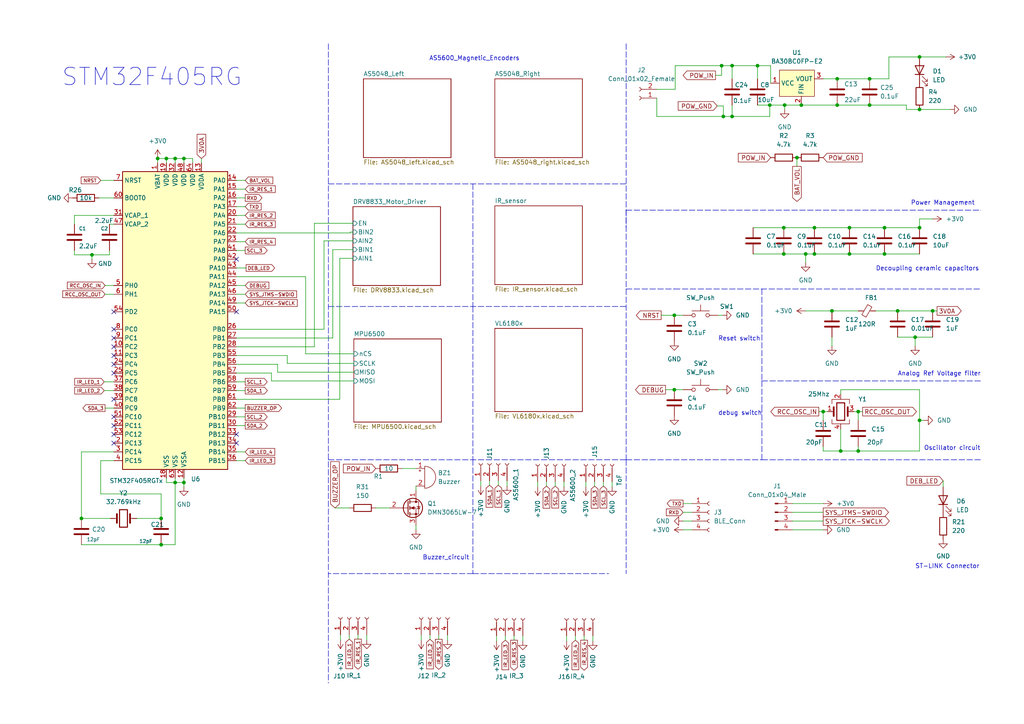
<source format=kicad_sch>
(kicad_sch (version 20211123) (generator eeschema)
  (paper "A4")
  (title_block (title "MUSHAK_PCB") (date "9 Aug 2022") (company "SRA-VJTI") (comment 1 "Designed by - Chinmay Lonkar"))
  (lib_symbols
    (symbol "BA30BC0FP-E2:BA30BC0FP-E2"
      (property "Reference" "U" (at 0 -6.35 0))
      (property "Value" "BA30BC0FP-E2" (at 0 10.16 0))
      (symbol "BA30BC0FP-E2_1_1"
        (pin power_in line (at -5.08 -1.27 0) (length 2.54) (name "VCC") (number "1"))
        (pin power_in line (at 3.81 -7.62 90) (length 2.54) (name "FIN") (number "2"))
        (pin power_in line (at 10.16 0 180) (length 2.54) (name "VOUT") (number "3"))
      )
    )
    (symbol "Connector:Conn_01x02_Female" (pin_names (offset 1.016) hide)
      (property "Reference" "J" (at 0 2.54 0))
      (property "Value" "Conn_01x02_Female" (at 0 -5.08 0))
      (symbol "Conn_01x02_Female_1_1"
        (pin passive line (at -5.08 0 0) (length 3.81) (name "Pin_1") (number "1"))
        (pin passive line (at -5.08 -2.54 0) (length 3.81) (name "Pin_2") (number "2"))
      )
    )
    (symbol "Connector:Conn_01x04_Female" (pin_names (offset 1.016) hide)
      (property "Reference" "J" (at 0 5.08 0))
      (property "Value" "Conn_01x04_Female" (at 0 -7.62 0))
      (symbol "Conn_01x04_Female_1_1"
        (pin passive line (at -5.08 2.54 0) (length 3.81) (name "Pin_1") (number "1"))
        (pin passive line (at -5.08 0 0) (length 3.81) (name "Pin_2") (number "2"))
        (pin passive line (at -5.08 -2.54 0) (length 3.81) (name "Pin_3") (number "3"))
        (pin passive line (at -5.08 -5.08 0) (length 3.81) (name "Pin_4") (number "4"))
      )
    )
    (symbol "Connector:Conn_01x04_Male" (pin_names (offset 1.016) hide)
      (property "Reference" "J" (at 0 5.08 0))
      (property "Value" "Conn_01x04_Male" (at 0 -7.62 0))
      (symbol "Conn_01x04_Male_1_1"
        (pin passive line (at 5.08 2.54 180) (length 3.81) (name "Pin_1") (number "1"))
        (pin passive line (at 5.08 0 180) (length 3.81) (name "Pin_2") (number "2"))
        (pin passive line (at 5.08 -2.54 180) (length 3.81) (name "Pin_3") (number "3"))
        (pin passive line (at 5.08 -5.08 180) (length 3.81) (name "Pin_4") (number "4"))
      )
    )
    (symbol "Device:Buzzer" (pin_names (offset 0.0254) hide)
      (property "Reference" "BZ" (at 3.81 1.27 0))
      (property "Value" "Buzzer" (at 3.81 -1.27 0))
      (symbol "Buzzer_1_1"
        (pin passive line (at -2.54 2.54 0) (length 2.54) (name "-") (number "1"))
        (pin passive line (at -2.54 -2.54 0) (length 2.54) (name "+") (number "2"))
      )
    )
    (symbol "Device:C" (pin_numbers hide) (pin_names (offset 0.254))
      (property "Reference" "C" (at 0.635 2.54 0))
      (property "Value" "C" (at 0.635 -2.54 0))
      (symbol "C_1_1"
        (pin passive line (at 0 3.81 270) (length 2.794) (name "~") (number "1"))
        (pin passive line (at 0 -3.81 90) (length 2.794) (name "~") (number "2"))
      )
    )
    (symbol "Device:Crystal" (pin_numbers hide) (pin_names (offset 1.016) hide)
      (property "Reference" "Y" (at 0 3.81 0))
      (property "Value" "Crystal" (at 0 -3.81 0))
      (symbol "Crystal_1_1"
        (pin passive line (at -3.81 0 0) (length 1.27) (name "1") (number "1"))
        (pin passive line (at 3.81 0 180) (length 1.27) (name "2") (number "2"))
      )
    )
    (symbol "Device:Crystal_GND24" (pin_names (offset 1.016) hide)
      (property "Reference" "Y" (at 3.175 5.08 0))
      (property "Value" "Crystal_GND24" (at 3.175 3.175 0))
      (symbol "Crystal_GND24_1_1"
        (pin passive line (at -3.81 0 0) (length 1.27) (name "1") (number "1"))
        (pin passive line (at 0 5.08 270) (length 1.27) (name "2") (number "2"))
        (pin passive line (at 3.81 0 180) (length 1.27) (name "3") (number "3"))
        (pin passive line (at 0 -5.08 90) (length 1.27) (name "4") (number "4"))
      )
    )
    (symbol "Device:FerriteBead_Small" (pin_numbers hide) (pin_names (offset 0))
      (property "Reference" "FB" (at 1.905 1.27 0))
      (property "Value" "FerriteBead_Small" (at 1.905 -1.27 0))
      (symbol "FerriteBead_Small_1_1"
        (pin passive line (at 0 2.54 270) (length 1.27) (name "~") (number "1"))
        (pin passive line (at 0 -2.54 90) (length 1.27) (name "~") (number "2"))
      )
    )
    (symbol "Device:LED" (pin_numbers hide) (pin_names (offset 1.016) hide)
      (property "Reference" "D" (at 0 2.54 0))
      (property "Value" "LED" (at 0 -2.54 0))
      (symbol "LED_1_1"
        (pin passive line (at -3.81 0 0) (length 2.54) (name "K") (number "1"))
        (pin passive line (at 3.81 0 180) (length 2.54) (name "A") (number "2"))
      )
    )
    (symbol "Device:Q_NMOS_DGS" (pin_names (offset 0) hide)
      (property "Reference" "Q" (at 5.08 1.27 0))
      (property "Value" "Q_NMOS_DGS" (at 5.08 -1.27 0))
      (symbol "Q_NMOS_DGS_1_1"
        (pin passive line (at 2.54 5.08 270) (length 2.54) (name "D") (number "1"))
        (pin input line (at -5.08 0 0) (length 2.54) (name "G") (number "2"))
        (pin passive line (at 2.54 -5.08 90) (length 2.54) (name "S") (number "3"))
      )
    )
    (symbol "Device:R" (pin_numbers hide) (pin_names (offset 0))
      (property "Reference" "R" (at 2.032 0 90))
      (property "Value" "R" (at 0 0 90))
      (symbol "R_1_1"
        (pin passive line (at 0 3.81 270) (length 1.27) (name "~") (number "1"))
        (pin passive line (at 0 -3.81 90) (length 1.27) (name "~") (number "2"))
      )
    )
    (symbol "MCU_ST_STM32F4:STM32F405RGTx"
      (property "Reference" "U" (at -15.24 44.45 0))
      (property "Value" "STM32F405RGTx" (at 10.16 44.45 0))
      (symbol "STM32F405RGTx_1_1"
        (pin power_in line (at -5.08 45.72 270) (length 2.54) (name "VBAT") (number "1"))
        (pin bidirectional line (at -17.78 -7.62 0) (length 2.54) (name "PC2") (number "10"))
        (pin bidirectional line (at -17.78 -10.16 0) (length 2.54) (name "PC3") (number "11"))
        (pin power_in line (at 2.54 -45.72 90) (length 2.54) (name "VSSA") (number "12"))
        (pin power_in line (at 7.62 45.72 270) (length 2.54) (name "VDDA") (number "13"))
        (pin bidirectional line (at 17.78 40.64 180) (length 2.54) (name "PA0") (number "14"))
        (pin bidirectional line (at 17.78 38.1 180) (length 2.54) (name "PA1") (number "15"))
        (pin bidirectional line (at 17.78 35.56 180) (length 2.54) (name "PA2") (number "16"))
        (pin bidirectional line (at 17.78 33.02 180) (length 2.54) (name "PA3") (number "17"))
        (pin power_in line (at -2.54 -45.72 90) (length 2.54) (name "VSS") (number "18"))
        (pin power_in line (at -2.54 45.72 270) (length 2.54) (name "VDD") (number "19"))
        (pin bidirectional line (at -17.78 -35.56 0) (length 2.54) (name "PC13") (number "2"))
        (pin bidirectional line (at 17.78 30.48 180) (length 2.54) (name "PA4") (number "20"))
        (pin bidirectional line (at 17.78 27.94 180) (length 2.54) (name "PA5") (number "21"))
        (pin bidirectional line (at 17.78 25.4 180) (length 2.54) (name "PA6") (number "22"))
        (pin bidirectional line (at 17.78 22.86 180) (length 2.54) (name "PA7") (number "23"))
        (pin bidirectional line (at -17.78 -12.7 0) (length 2.54) (name "PC4") (number "24"))
        (pin bidirectional line (at -17.78 -15.24 0) (length 2.54) (name "PC5") (number "25"))
        (pin bidirectional line (at 17.78 -2.54 180) (length 2.54) (name "PB0") (number "26"))
        (pin bidirectional line (at 17.78 -5.08 180) (length 2.54) (name "PB1") (number "27"))
        (pin bidirectional line (at 17.78 -7.62 180) (length 2.54) (name "PB2") (number "28"))
        (pin bidirectional line (at 17.78 -27.94 180) (length 2.54) (name "PB10") (number "29"))
        (pin bidirectional line (at -17.78 -38.1 0) (length 2.54) (name "PC14") (number "3"))
        (pin bidirectional line (at 17.78 -30.48 180) (length 2.54) (name "PB11") (number "30"))
        (pin power_in line (at -17.78 30.48 0) (length 2.54) (name "VCAP_1") (number "31"))
        (pin power_in line (at 0 45.72 270) (length 2.54) (name "VDD") (number "32"))
        (pin bidirectional line (at 17.78 -33.02 180) (length 2.54) (name "PB12") (number "33"))
        (pin bidirectional line (at 17.78 -35.56 180) (length 2.54) (name "PB13") (number "34"))
        (pin bidirectional line (at 17.78 -38.1 180) (length 2.54) (name "PB14") (number "35"))
        (pin bidirectional line (at 17.78 -40.64 180) (length 2.54) (name "PB15") (number "36"))
        (pin bidirectional line (at -17.78 -17.78 0) (length 2.54) (name "PC6") (number "37"))
        (pin bidirectional line (at -17.78 -20.32 0) (length 2.54) (name "PC7") (number "38"))
        (pin bidirectional line (at -17.78 -22.86 0) (length 2.54) (name "PC8") (number "39"))
        (pin bidirectional line (at -17.78 -40.64 0) (length 2.54) (name "PC15") (number "4"))
        (pin bidirectional line (at -17.78 -25.4 0) (length 2.54) (name "PC9") (number "40"))
        (pin bidirectional line (at 17.78 20.32 180) (length 2.54) (name "PA8") (number "41"))
        (pin bidirectional line (at 17.78 17.78 180) (length 2.54) (name "PA9") (number "42"))
        (pin bidirectional line (at 17.78 15.24 180) (length 2.54) (name "PA10") (number "43"))
        (pin bidirectional line (at 17.78 12.7 180) (length 2.54) (name "PA11") (number "44"))
        (pin bidirectional line (at 17.78 10.16 180) (length 2.54) (name "PA12") (number "45"))
        (pin bidirectional line (at 17.78 7.62 180) (length 2.54) (name "PA13") (number "46"))
        (pin power_in line (at -17.78 27.94 0) (length 2.54) (name "VCAP_2") (number "47"))
        (pin power_in line (at 2.54 45.72 270) (length 2.54) (name "VDD") (number "48"))
        (pin bidirectional line (at 17.78 5.08 180) (length 2.54) (name "PA14") (number "49"))
        (pin input line (at -17.78 10.16 0) (length 2.54) (name "PH0") (number "5"))
        (pin bidirectional line (at 17.78 2.54 180) (length 2.54) (name "PA15") (number "50"))
        (pin bidirectional line (at -17.78 -27.94 0) (length 2.54) (name "PC10") (number "51"))
        (pin bidirectional line (at -17.78 -30.48 0) (length 2.54) (name "PC11") (number "52"))
        (pin bidirectional line (at -17.78 -33.02 0) (length 2.54) (name "PC12") (number "53"))
        (pin bidirectional line (at -17.78 2.54 0) (length 2.54) (name "PD2") (number "54"))
        (pin bidirectional line (at 17.78 -10.16 180) (length 2.54) (name "PB3") (number "55"))
        (pin bidirectional line (at 17.78 -12.7 180) (length 2.54) (name "PB4") (number "56"))
        (pin bidirectional line (at 17.78 -15.24 180) (length 2.54) (name "PB5") (number "57"))
        (pin bidirectional line (at 17.78 -17.78 180) (length 2.54) (name "PB6") (number "58"))
        (pin bidirectional line (at 17.78 -20.32 180) (length 2.54) (name "PB7") (number "59"))
        (pin input line (at -17.78 7.62 0) (length 2.54) (name "PH1") (number "6"))
        (pin input line (at -17.78 35.56 0) (length 2.54) (name "BOOT0") (number "60"))
        (pin bidirectional line (at 17.78 -22.86 180) (length 2.54) (name "PB8") (number "61"))
        (pin bidirectional line (at 17.78 -25.4 180) (length 2.54) (name "PB9") (number "62"))
        (pin power_in line (at 0 -45.72 90) (length 2.54) (name "VSS") (number "63"))
        (pin power_in line (at 5.08 45.72 270) (length 2.54) (name "VDD") (number "64"))
        (pin input line (at -17.78 40.64 0) (length 2.54) (name "NRST") (number "7"))
        (pin bidirectional line (at -17.78 -2.54 0) (length 2.54) (name "PC0") (number "8"))
        (pin bidirectional line (at -17.78 -5.08 0) (length 2.54) (name "PC1") (number "9"))
      )
    )
    (symbol "Switch:SW_Push" (pin_numbers hide) (pin_names (offset 1.016) hide)
      (property "Reference" "SW" (at 1.27 2.54 0))
      (property "Value" "SW_Push" (at 0 -1.524 0))
      (symbol "SW_Push_0_1"
        (pin passive line (at -5.08 0 0) (length 2.54) (name "1") (number "1"))
        (pin passive line (at 5.08 0 180) (length 2.54) (name "2") (number "2"))
      )
    )
    (symbol "power:+3V0" (power) (pin_names (offset 0))
      (property "Value" "+3V0" (at 0 3.556 0))
      (symbol "+3V0_1_1"
        (pin power_in line (at 0 0 90) (length 0) hide (name "+3V0") (number "1"))
      )
    )
    (symbol "power:GND" (power) (pin_names (offset 0))
      (property "Value" "GND" (at 0 -3.81 0))
      (symbol "GND_1_1"
        (pin power_in line (at 0 0 270) (length 0) hide (name "GND") (number "1"))
      )
    )
  )
  (junction (at 266.7 16.51))
  (junction (at 53.34 45.974))
  (junction (at 195.58 113.03))
  (junction (at 209.296 19.05))
  (junction (at 212.344 19.05))
  (junction (at 260.35 90.17))
  (junction (at 265.43 97.79))
  (junction (at 46.736 157.988))
  (junction (at 266.7 31.75))
  (junction (at 50.8 139.954))
  (junction (at 246.38 66.04))
  (junction (at 252.222 22.86))
  (junction (at 241.3 90.17))
  (junction (at 246.38 73.66))
  (junction (at 242.824 30.48))
  (junction (at 48.26 45.974))
  (junction (at 53.34 139.954))
  (junction (at 236.22 66.04))
  (junction (at 231.14 45.72))
  (junction (at 227.584 30.48))
  (junction (at 23.622 150.368))
  (junction (at 243.84 130.81))
  (junction (at 270.51 90.17))
  (junction (at 219.71 19.05))
  (junction (at 232.41 30.48))
  (junction (at 209.804 33.782))
  (junction (at 242.824 22.86))
  (junction (at 236.22 73.66))
  (junction (at 266.7 121.92))
  (junction (at 248.92 130.81))
  (junction (at 46.736 150.368))
  (junction (at 227.33 73.66))
  (junction (at 26.67 73.914))
  (junction (at 256.54 73.66))
  (junction (at 223.266 30.48))
  (junction (at 227.33 66.04))
  (junction (at 256.54 66.04))
  (junction (at 238.76 119.38))
  (junction (at 233.68 73.66))
  (junction (at 248.92 119.38))
  (junction (at 195.58 91.44))
  (junction (at 50.8 45.974))
  (junction (at 266.7 66.04))
  (junction (at 212.344 33.782))
  (junction (at 252.222 30.48))
  (junction (at 45.72 45.974))
  (no_connect (at 68.58 125.984))
  (no_connect (at 68.58 128.524))
  (no_connect (at 68.58 90.424))
  (no_connect (at 33.02 120.904))
  (no_connect (at 33.02 123.444))
  (no_connect (at 33.02 125.984))
  (no_connect (at 33.02 128.524))
  (no_connect (at 33.02 98.044))
  (no_connect (at 33.02 100.584))
  (no_connect (at 33.02 103.124))
  (no_connect (at 33.02 90.424))
  (no_connect (at 33.02 95.504))
  (no_connect (at 33.02 108.204))
  (no_connect (at 33.02 115.824))
  (no_connect (at 33.02 105.664))
  (no_connect (at 68.58 75.184))
  (wire (pts (xy 252.222 22.86) (xy 257.81 22.86)))
  (wire (pts (xy 68.58 133.604) (xy 71.12 133.604)))
  (wire (pts (xy 266.7 130.81) (xy 248.92 130.81)))
  (wire (pts (xy 218.44 66.04) (xy 227.33 66.04)))
  (wire (pts (xy 212.344 33.782) (xy 212.344 30.48)))
  (wire (pts (xy 273.558 139.446) (xy 273.558 141.224)))
  (wire (pts (xy 223.52 24.13) (xy 223.52 19.05)))
  (wire (pts (xy 198.12 153.67) (xy 200.66 153.67)))
  (polyline (pts (xy 95.25 88.9) (xy 181.61 88.9)))
  (wire (pts (xy 229.87 148.59) (xy 238.76 148.59)))
  (polyline (pts (xy 95.25 133.35) (xy 181.61 133.35)))
  (wire (pts (xy 68.58 67.564) (xy 101.6 67.564)))
  (wire (pts (xy 53.34 45.974) (xy 53.34 47.244)))
  (wire (pts (xy 50.8 45.974) (xy 50.8 47.244)))
  (wire (pts (xy 48.26 139.954) (xy 50.8 139.954)))
  (wire (pts (xy 139.446 140.97) (xy 139.446 139.446)))
  (polyline (pts (xy 195.58 83.82) (xy 284.48 83.82)))
  (wire (pts (xy 93.98 69.85) (xy 102.362 69.85)))
  (wire (pts (xy 91.186 64.77) (xy 91.186 100.584)))
  (wire (pts (xy 102.362 64.77) (xy 91.186 64.77)))
  (wire (pts (xy 68.58 98.044) (xy 96.52 98.044)))
  (polyline (pts (xy 181.61 133.35) (xy 220.98 133.35)))
  (wire (pts (xy 266.7 31.75) (xy 275.59 31.75)))
  (wire (pts (xy 141.986 139.446) (xy 141.986 140.716)))
  (wire (pts (xy 68.58 59.944) (xy 71.12 59.944)))
  (wire (pts (xy 30.226 113.284) (xy 33.02 113.284)))
  (wire (pts (xy 175.006 139.7) (xy 175.006 140.97)))
  (wire (pts (xy 23.622 157.988) (xy 46.736 157.988)))
  (wire (pts (xy 53.34 138.684) (xy 53.34 139.954)))
  (wire (pts (xy 103.8352 184.0992) (xy 103.8352 185.3692)))
  (wire (pts (xy 155.956 141.224) (xy 155.956 139.7)))
  (wire (pts (xy 68.58 123.444) (xy 71.12 123.444)))
  (wire (pts (xy 50.8 139.954) (xy 50.8 157.988)))
  (wire (pts (xy 262.89 31.75) (xy 266.7 31.75)))
  (wire (pts (xy 101.2952 184.0992) (xy 101.2952 185.3692)))
  (wire (pts (xy 219.71 30.48) (xy 223.266 30.48)))
  (wire (pts (xy 256.54 73.66) (xy 266.7 73.66)))
  (wire (pts (xy 198.12 146.05) (xy 200.66 146.05)))
  (wire (pts (xy 238.76 119.38) (xy 240.03 119.38)))
  (wire (pts (xy 238.76 119.38) (xy 238.76 121.92)))
  (wire (pts (xy 30.48 82.804) (xy 33.02 82.804)))
  (wire (pts (xy 102.616 102.616) (xy 88.646 102.616)))
  (wire (pts (xy 26.67 73.914) (xy 26.67 75.184)))
  (wire (pts (xy 122.174 185.674) (xy 122.174 184.15)))
  (wire (pts (xy 248.92 119.38) (xy 250.19 119.38)))
  (wire (pts (xy 68.58 52.324) (xy 71.12 52.324)))
  (wire (pts (xy 243.84 114.3) (xy 243.84 113.03)))
  (wire (pts (xy 29.21 143.256) (xy 46.736 143.256)))
  (wire (pts (xy 218.44 73.66) (xy 227.33 73.66)))
  (wire (pts (xy 243.84 124.46) (xy 243.84 130.81)))
  (wire (pts (xy 30.48 85.344) (xy 33.02 85.344)))
  (wire (pts (xy 53.34 45.974) (xy 55.88 45.974)))
  (wire (pts (xy 190.5 28.448) (xy 190.5 33.782)))
  (wire (pts (xy 55.88 45.974) (xy 55.88 47.244)))
  (wire (pts (xy 68.58 113.284) (xy 71.12 113.284)))
  (wire (pts (xy 151.638 185.928) (xy 151.638 184.404)))
  (wire (pts (xy 80.518 107.95) (xy 80.518 105.664)))
  (wire (pts (xy 101.6 67.564) (xy 101.6 67.31)))
  (wire (pts (xy 233.68 90.17) (xy 241.3 90.17)))
  (wire (pts (xy 241.3 97.79) (xy 241.3 100.33)))
  (wire (pts (xy 88.646 80.264) (xy 68.58 80.264)))
  (wire (pts (xy 144.018 185.928) (xy 144.018 184.404)))
  (wire (pts (xy 98.7552 185.6232) (xy 98.7552 184.0992)))
  (wire (pts (xy 31.75 65.024) (xy 33.02 65.024)))
  (wire (pts (xy 68.58 54.864) (xy 71.12 54.864)))
  (wire (pts (xy 29.21 133.604) (xy 29.21 143.256)))
  (wire (pts (xy 106.3752 185.6232) (xy 106.3752 184.0992)))
  (wire (pts (xy 266.7 121.92) (xy 266.7 130.81)))
  (wire (pts (xy 144.526 139.446) (xy 144.526 140.716)))
  (wire (pts (xy 96.52 72.39) (xy 102.362 72.39)))
  (wire (pts (xy 195.834 25.908) (xy 195.834 19.05)))
  (wire (pts (xy 68.58 95.504) (xy 93.98 95.504)))
  (wire (pts (xy 198.12 148.59) (xy 200.66 148.59)))
  (wire (pts (xy 231.14 45.72) (xy 231.14 48.26)))
  (wire (pts (xy 241.3 90.17) (xy 248.92 90.17)))
  (wire (pts (xy 266.7 113.03) (xy 266.7 121.92)))
  (wire (pts (xy 78.74 108.204) (xy 68.58 108.204)))
  (polyline (pts (xy 220.98 83.82) (xy 220.98 90.17)))
  (wire (pts (xy 260.35 90.17) (xy 270.51 90.17)))
  (wire (pts (xy 262.89 30.48) (xy 262.89 31.75)))
  (wire (pts (xy 256.54 66.04) (xy 266.7 66.04)))
  (wire (pts (xy 68.58 131.064) (xy 71.12 131.064)))
  (wire (pts (xy 98.552 115.824) (xy 98.552 74.93)))
  (wire (pts (xy 45.72 45.974) (xy 45.72 47.244)))
  (wire (pts (xy 91.186 100.584) (xy 68.58 100.584)))
  (wire (pts (xy 39.624 150.368) (xy 46.736 150.368)))
  (wire (pts (xy 223.266 30.48) (xy 227.584 30.48)))
  (wire (pts (xy 21.59 72.644) (xy 21.59 73.914)))
  (polyline (pts (xy 220.98 110.49) (xy 284.48 110.49)))
  (polyline (pts (xy 220.98 133.35) (xy 284.48 133.35)))
  (wire (pts (xy 223.266 33.782) (xy 223.266 30.48)))
  (wire (pts (xy 88.646 102.616) (xy 88.646 80.264)))
  (wire (pts (xy 208.026 30.734) (xy 209.804 30.734)))
  (wire (pts (xy 257.81 22.86) (xy 257.81 16.51)))
  (wire (pts (xy 195.58 113.03) (xy 198.12 113.03)))
  (wire (pts (xy 242.824 22.86) (xy 238.76 22.86)))
  (wire (pts (xy 164.338 185.928) (xy 164.338 184.404)))
  (wire (pts (xy 266.7 121.92) (xy 267.97 121.92)))
  (wire (pts (xy 68.58 85.344) (xy 71.12 85.344)))
  (wire (pts (xy 208.28 113.03) (xy 209.55 113.03)))
  (wire (pts (xy 243.84 113.03) (xy 266.7 113.03)))
  (wire (pts (xy 78.74 110.49) (xy 78.74 108.204)))
  (wire (pts (xy 46.736 143.256) (xy 46.736 150.368)))
  (wire (pts (xy 227.33 73.66) (xy 233.68 73.66)))
  (wire (pts (xy 209.804 33.782) (xy 212.344 33.782)))
  (wire (pts (xy 209.804 30.734) (xy 209.804 33.782)))
  (wire (pts (xy 21.59 73.914) (xy 26.67 73.914)))
  (polyline (pts (xy 220.98 133.35) (xy 220.98 118.11)))
  (wire (pts (xy 246.38 66.04) (xy 256.54 66.04)))
  (wire (pts (xy 29.21 52.324) (xy 33.02 52.324)))
  (polyline (pts (xy 181.61 83.82) (xy 195.58 83.82)))
  (wire (pts (xy 21.59 62.484) (xy 33.02 62.484)))
  (wire (pts (xy 98.552 74.93) (xy 102.362 74.93)))
  (wire (pts (xy 68.58 120.904) (xy 71.12 120.904)))
  (wire (pts (xy 161.036 139.7) (xy 161.036 140.97)))
  (wire (pts (xy 68.58 115.824) (xy 98.552 115.824)))
  (wire (pts (xy 108.966 147.32) (xy 113.03 147.32)))
  (wire (pts (xy 48.26 45.974) (xy 50.8 45.974)))
  (wire (pts (xy 30.226 110.744) (xy 33.02 110.744)))
  (wire (pts (xy 68.58 110.744) (xy 71.12 110.744)))
  (wire (pts (xy 171.958 185.928) (xy 171.958 184.404)))
  (wire (pts (xy 116.586 135.89) (xy 120.65 135.89)))
  (wire (pts (xy 223.52 19.05) (xy 219.71 19.05)))
  (wire (pts (xy 26.67 73.914) (xy 31.75 73.914)))
  (wire (pts (xy 248.92 130.81) (xy 248.92 129.54)))
  (polyline (pts (xy 181.61 60.96) (xy 284.48 60.96)))
  (wire (pts (xy 23.622 131.064) (xy 33.02 131.064)))
  (wire (pts (xy 266.7 16.51) (xy 274.32 16.51)))
  (wire (pts (xy 270.51 90.17) (xy 271.78 90.17)))
  (wire (pts (xy 265.43 97.79) (xy 270.51 97.79)))
  (wire (pts (xy 232.41 30.48) (xy 242.824 30.48)))
  (wire (pts (xy 96.52 98.044) (xy 96.52 72.39)))
  (wire (pts (xy 124.714 184.15) (xy 124.714 185.42)))
  (wire (pts (xy 101.6 67.31) (xy 102.362 67.31)))
  (wire (pts (xy 212.344 19.05) (xy 212.344 22.86)))
  (wire (pts (xy 23.622 150.368) (xy 32.004 150.368)))
  (wire (pts (xy 190.5 33.782) (xy 209.804 33.782)))
  (wire (pts (xy 31.75 73.914) (xy 31.75 72.644)))
  (wire (pts (xy 28.702 57.404) (xy 33.02 57.404)))
  (wire (pts (xy 209.296 21.844) (xy 209.296 19.05)))
  (wire (pts (xy 237.49 119.38) (xy 238.76 119.38)))
  (wire (pts (xy 238.76 130.81) (xy 243.84 130.81)))
  (wire (pts (xy 219.71 22.86) (xy 219.71 19.05)))
  (wire (pts (xy 166.878 184.404) (xy 166.878 185.674)))
  (polyline (pts (xy 181.61 83.82) (xy 181.61 133.35)))
  (wire (pts (xy 242.824 22.86) (xy 252.222 22.86)))
  (wire (pts (xy 48.26 45.974) (xy 48.26 47.244)))
  (wire (pts (xy 68.58 57.404) (xy 71.12 57.404)))
  (wire (pts (xy 248.92 119.38) (xy 248.92 121.92)))
  (wire (pts (xy 102.616 105.41) (xy 83.312 105.41)))
  (wire (pts (xy 195.834 19.05) (xy 209.296 19.05)))
  (wire (pts (xy 48.26 138.684) (xy 48.26 139.954)))
  (wire (pts (xy 266.7 63.5) (xy 266.7 66.04)))
  (wire (pts (xy 172.466 139.7) (xy 172.466 140.97)))
  (wire (pts (xy 50.8 138.684) (xy 50.8 139.954)))
  (wire (pts (xy 102.616 107.95) (xy 80.518 107.95)))
  (polyline (pts (xy 137.16 166.37) (xy 95.25 166.37)))
  (wire (pts (xy 68.58 62.484) (xy 71.12 62.484)))
  (polyline (pts (xy 137.16 88.9) (xy 137.16 133.35)))
  (wire (pts (xy 229.87 151.13) (xy 238.76 151.13)))
  (wire (pts (xy 169.926 141.224) (xy 169.926 139.7)))
  (polyline (pts (xy 181.61 12.7) (xy 181.61 66.04)))
  (wire (pts (xy 190.5 25.908) (xy 195.834 25.908)))
  (wire (pts (xy 33.02 118.364) (xy 30.48 118.364)))
  (wire (pts (xy 80.518 105.664) (xy 68.58 105.664)))
  (polyline (pts (xy 137.16 53.34) (xy 137.16 88.9)))
  (wire (pts (xy 260.35 97.79) (xy 265.43 97.79)))
  (wire (pts (xy 58.42 45.974) (xy 58.42 47.244)))
  (wire (pts (xy 102.616 110.49) (xy 78.74 110.49)))
  (wire (pts (xy 45.72 45.974) (xy 48.26 45.974)))
  (polyline (pts (xy 181.61 60.96) (xy 181.61 83.82)))
  (wire (pts (xy 129.794 185.674) (xy 129.794 184.15)))
  (wire (pts (xy 247.65 119.38) (xy 248.92 119.38)))
  (wire (pts (xy 147.066 140.97) (xy 147.066 139.446)))
  (wire (pts (xy 219.71 19.05) (xy 212.344 19.05)))
  (wire (pts (xy 46.736 157.988) (xy 50.8 157.988)))
  (wire (pts (xy 208.28 91.44) (xy 209.55 91.44)))
  (wire (pts (xy 93.98 95.504) (xy 93.98 69.85)))
  (wire (pts (xy 177.546 141.224) (xy 177.546 139.7)))
  (wire (pts (xy 243.84 130.81) (xy 248.92 130.81)))
  (wire (pts (xy 21.59 62.484) (xy 21.59 65.024)))
  (wire (pts (xy 209.296 19.05) (xy 212.344 19.05)))
  (wire (pts (xy 83.312 105.41) (xy 83.312 103.124)))
  (wire (pts (xy 229.87 146.05) (xy 238.76 146.05)))
  (wire (pts (xy 265.43 97.79) (xy 265.43 100.33)))
  (wire (pts (xy 53.34 139.954) (xy 53.34 141.224)))
  (polyline (pts (xy 181.61 133.35) (xy 181.61 166.37)))
  (wire (pts (xy 163.576 141.224) (xy 163.576 139.7)))
  (wire (pts (xy 68.58 118.364) (xy 71.12 118.364)))
  (wire (pts (xy 229.87 153.67) (xy 238.76 153.67)))
  (wire (pts (xy 146.558 184.404) (xy 146.558 185.674)))
  (wire (pts (xy 68.58 82.804) (xy 71.12 82.804)))
  (polyline (pts (xy 220.98 110.49) (xy 220.98 118.11)))
  (polyline (pts (xy 137.16 133.35) (xy 137.16 166.37)))
  (polyline (pts (xy 220.98 90.17) (xy 220.98 110.49)))
  (wire (pts (xy 193.04 113.03) (xy 195.58 113.03)))
  (wire (pts (xy 169.418 184.404) (xy 169.418 185.674)))
  (wire (pts (xy 227.584 30.48) (xy 227.584 31.75)))
  (wire (pts (xy 50.8 139.954) (xy 53.34 139.954)))
  (wire (pts (xy 195.58 91.44) (xy 198.12 91.44)))
  (wire (pts (xy 120.65 152.4) (xy 120.65 153.67)))
  (wire (pts (xy 270.51 63.5) (xy 266.7 63.5)))
  (wire (pts (xy 212.344 33.782) (xy 223.266 33.782)))
  (wire (pts (xy 191.77 91.44) (xy 195.58 91.44)))
  (wire (pts (xy 23.622 150.368) (xy 23.622 131.064)))
  (wire (pts (xy 227.584 30.48) (xy 232.41 30.48)))
  (wire (pts (xy 198.12 151.13) (xy 200.66 151.13)))
  (wire (pts (xy 83.312 103.124) (xy 68.58 103.124)))
  (wire (pts (xy 246.38 73.66) (xy 256.54 73.66)))
  (wire (pts (xy 68.58 65.024) (xy 71.12 65.024)))
  (wire (pts (xy 207.518 21.844) (xy 209.296 21.844)))
  (polyline (pts (xy 95.25 12.7) (xy 95.25 198.12)))
  (wire (pts (xy 120.65 140.97) (xy 120.65 142.24)))
  (wire (pts (xy 233.68 73.66) (xy 233.68 76.2)))
  (wire (pts (xy 127.254 184.15) (xy 127.254 185.42)))
  (wire (pts (xy 236.22 66.04) (xy 246.38 66.04)))
  (wire (pts (xy 68.58 72.644) (xy 71.12 72.644)))
  (wire (pts (xy 50.8 45.974) (xy 53.34 45.974)))
  (wire (pts (xy 242.824 30.48) (xy 252.222 30.48)))
  (wire (pts (xy 238.76 129.54) (xy 238.76 130.81)))
  (polyline (pts (xy 95.25 53.34) (xy 181.61 53.34)))
  (wire (pts (xy 97.155 147.32) (xy 101.346 147.32)))
  (wire (pts (xy 227.33 66.04) (xy 236.22 66.04)))
  (wire (pts (xy 257.81 16.51) (xy 266.7 16.51)))
  (wire (pts (xy 233.68 73.66) (xy 236.22 73.66)))
  (polyline (pts (xy 137.16 166.37) (xy 176.53 166.37)))
  (wire (pts (xy 29.21 133.604) (xy 33.02 133.604)))
  (wire (pts (xy 149.098 184.404) (xy 149.098 185.674)))
  (wire (pts (xy 158.496 139.7) (xy 158.496 140.97)))
  (wire (pts (xy 68.58 70.104) (xy 71.12 70.104)))
  (wire (pts (xy 68.58 87.884) (xy 71.12 87.884)))
  (wire (pts (xy 68.58 77.724) (xy 71.374 77.724)))
  (wire (pts (xy 236.22 73.66) (xy 246.38 73.66)))
  (wire (pts (xy 254 90.17) (xy 260.35 90.17)))
  (wire (pts (xy 252.222 30.48) (xy 262.89 30.48)))
  (text "Power Management\n" (at 264.16 59.69 0) (effects (font (size 1.27 1.27)) (justify left bottom)))
  (text "debug switch" (at 208.28 120.65 0) (effects (font (size 1.27 1.27)) (justify left bottom)))
  (text "Decoupling ceramic capacitors\n" (at 254 78.74 0) (effects (font (size 1.27 1.27)) (justify left bottom)))
  (text "ST-LINK Connector\n" (at 265.43 165.1 0) (effects (font (size 1.27 1.27)) (justify left bottom)))
  (text "Analog Ref Voltage filter\n" (at 260.35 109.22 0) (effects (font (size 1.27 1.27)) (justify left bottom)))
  (text "Buzzer_circuit" (at 122.555 162.56 0) (effects (font (size 1.27 1.27)) (justify left bottom)))
  (text "Reset switch\n" (at 208.28 99.06 0) (effects (font (size 1.27 1.27)) (justify left bottom)))
  (text "AS5600_Magnetic_Encoders\n" (at 124.46 17.78 0) (effects (font (size 1.27 1.27)) (justify left bottom)))
  (text "STM32F405RG\n" (at 17.78 25.4 0) (effects (font (size 5 5)) (justify left bottom)))
  (text "Oscillator circuit\n" (at 267.97 130.81 0) (effects (font (size 1.27 1.27)) (justify left bottom)))
  (global_label "DEBUG" (shape input) (at 71.12 82.804 0) (effects (font (size 1 1))) (property "Intersheet References" "${INTERSHEET_REFS}" (effects hide)))
  (global_label "SYS_JTCK-SWCLK" (shape output) (at 238.76 151.13 0) (property "Intersheet References" "${INTERSHEET_REFS}" (effects hide)))
  (global_label "SCL_2" (shape output) (at 71.12 120.904 0) (effects (font (size 1 1))) (property "Intersheet References" "${INTERSHEET_REFS}" (effects hide)))
  (global_label "SDA_1" (shape input) (at 141.986 140.716 270) (effects (font (size 1 1))) (property "Intersheet References" "${INTERSHEET_REFS}" (effects hide)))
  (global_label "IR_LED_2" (shape input) (at 124.714 185.42 270) (effects (font (size 1 1))) (property "Intersheet References" "${INTERSHEET_REFS}" (effects hide)))
  (global_label "SCL_3" (shape output) (at 71.12 72.644 0) (effects (font (size 1 1))) (property "Intersheet References" "${INTERSHEET_REFS}" (effects hide)))
  (global_label "IR_LED_2" (shape input) (at 30.226 113.284 180) (effects (font (size 1 1))) (property "Intersheet References" "${INTERSHEET_REFS}" (effects hide)))
  (global_label "TXD" (shape input) (at 71.12 59.944 0) (effects (font (size 1 1))) (property "Intersheet References" "${INTERSHEET_REFS}" (effects hide)))
  (global_label "RCC_OSC_IN" (shape input) (at 30.48 82.804 180) (effects (font (size 1 1))) (property "Intersheet References" "${INTERSHEET_REFS}" (effects hide)))
  (global_label "RXD" (shape output) (at 71.12 57.404 0) (effects (font (size 1 1))) (property "Intersheet References" "${INTERSHEET_REFS}" (effects hide)))
  (global_label "DEBUG" (shape output) (at 193.04 113.03 180) (property "Intersheet References" "${INTERSHEET_REFS}" (effects hide)))
  (global_label "POW_IN" (shape input) (at 223.52 45.72 180) (property "Intersheet References" "${INTERSHEET_REFS}" (effects hide)))
  (global_label "RCC_OSC_OUT" (shape input) (at 30.48 85.344 180) (effects (font (size 1 1))) (property "Intersheet References" "${INTERSHEET_REFS}" (effects hide)))
  (global_label "RXD" (shape input) (at 198.12 148.59 180) (effects (font (size 1 1))) (property "Intersheet References" "${INTERSHEET_REFS}" (effects hide)))
  (global_label "RCC_OSC_IN" (shape output) (at 237.49 119.38 180) (property "Intersheet References" "${INTERSHEET_REFS}" (effects hide)))
  (global_label "SCL_1" (shape output) (at 71.12 110.744 0) (effects (font (size 1 1))) (property "Intersheet References" "${INTERSHEET_REFS}" (effects hide)))
  (global_label "IR_RES_3" (shape output) (at 149.098 185.674 270) (effects (font (size 1 1))) (property "Intersheet References" "${INTERSHEET_REFS}" (effects hide)))
  (global_label "SDA_1" (shape output) (at 71.12 113.284 0) (effects (font (size 1 1))) (property "Intersheet References" "${INTERSHEET_REFS}" (effects hide)))
  (global_label "BAT_VOL" (shape input) (at 71.12 52.324 0) (effects (font (size 1 1))) (property "Intersheet References" "${INTERSHEET_REFS}" (effects hide)))
  (global_label "NRST" (shape output) (at 191.77 91.44 180) (property "Intersheet References" "${INTERSHEET_REFS}" (effects hide)))
  (global_label "IR_LED_4" (shape input) (at 71.12 131.064 0) (effects (font (size 1 1))) (property "Intersheet References" "${INTERSHEET_REFS}" (effects hide)))
  (global_label "SCL_2" (shape input) (at 161.036 140.97 270) (effects (font (size 1 1))) (property "Intersheet References" "${INTERSHEET_REFS}" (effects hide)))
  (global_label "BUZZER_OP" (shape input) (at 97.155 147.32 90) (property "Intersheet References" "${INTERSHEET_REFS}" (effects hide)))
  (global_label "SDA_2" (shape output) (at 71.12 123.444 0) (effects (font (size 1 1))) (property "Intersheet References" "${INTERSHEET_REFS}" (effects hide)))
  (global_label "IR_LED_3" (shape input) (at 146.558 185.674 270) (effects (font (size 1 1))) (property "Intersheet References" "${INTERSHEET_REFS}" (effects hide)))
  (global_label "POW_GND" (shape input) (at 238.76 45.72 0) (property "Intersheet References" "${INTERSHEET_REFS}" (effects hide)))
  (global_label "SCL_1" (shape input) (at 144.526 140.716 270) (effects (font (size 1 1))) (property "Intersheet References" "${INTERSHEET_REFS}" (effects hide)))
  (global_label "SDA_3" (shape output) (at 30.48 118.364 180) (effects (font (size 1 1))) (property "Intersheet References" "${INTERSHEET_REFS}" (effects hide)))
  (global_label "POW_IN" (shape output) (at 207.518 21.844 180) (property "Intersheet References" "${INTERSHEET_REFS}" (effects hide)))
  (global_label "IR_RES_4" (shape output) (at 169.418 185.674 270) (effects (font (size 1 1))) (property "Intersheet References" "${INTERSHEET_REFS}" (effects hide)))
  (global_label "IR_RES_3" (shape input) (at 71.12 65.024 0) (effects (font (size 1 1))) (property "Intersheet References" "${INTERSHEET_REFS}" (effects hide)))
  (global_label "SDA_2" (shape input) (at 158.496 140.97 270) (effects (font (size 1 1))) (property "Intersheet References" "${INTERSHEET_REFS}" (effects hide)))
  (global_label "SDA_3" (shape input) (at 172.466 140.97 270) (effects (font (size 1 1))) (property "Intersheet References" "${INTERSHEET_REFS}" (effects hide)))
  (global_label "BAT_VOL" (shape output) (at 231.14 48.26 270) (property "Intersheet References" "${INTERSHEET_REFS}" (effects hide)))
  (global_label "RCC_OSC_OUT" (shape output) (at 250.19 119.38 0) (property "Intersheet References" "${INTERSHEET_REFS}" (effects hide)))
  (global_label "BUZZER_OP" (shape output) (at 71.12 118.364 0) (effects (font (size 1 1))) (property "Intersheet References" "${INTERSHEET_REFS}" (effects hide)))
  (global_label "SCL_3" (shape input) (at 175.006 140.97 270) (effects (font (size 1 1))) (property "Intersheet References" "${INTERSHEET_REFS}" (effects hide)))
  (global_label "3V0A" (shape input) (at 58.42 45.974 90) (property "Intersheet References" "${INTERSHEET_REFS}" (effects hide)))
  (global_label "POW_IN" (shape input) (at 108.966 135.89 180) (property "Intersheet References" "${INTERSHEET_REFS}" (effects hide)))
  (global_label "SYS_JTMS-SWDIO" (shape input) (at 71.12 85.344 0) (effects (font (size 1 1))) (property "Intersheet References" "${INTERSHEET_REFS}" (effects hide)))
  (global_label "IR_LED_3" (shape input) (at 71.12 133.604 0) (effects (font (size 1 1))) (property "Intersheet References" "${INTERSHEET_REFS}" (effects hide)))
  (global_label "SYS_JTCK-SWCLK" (shape input) (at 71.12 87.884 0) (effects (font (size 1 1))) (property "Intersheet References" "${INTERSHEET_REFS}" (effects hide)))
  (global_label "IR_RES_2" (shape input) (at 71.12 62.484 0) (effects (font (size 1 1))) (property "Intersheet References" "${INTERSHEET_REFS}" (effects hide)))
  (global_label "IR_RES_1" (shape output) (at 103.8352 185.3692 270) (effects (font (size 1 1))) (property "Intersheet References" "${INTERSHEET_REFS}" (effects hide)))
  (global_label "TXD" (shape output) (at 198.12 146.05 180) (effects (font (size 1 1))) (property "Intersheet References" "${INTERSHEET_REFS}" (effects hide)))
  (global_label "IR_RES_2" (shape output) (at 127.254 185.42 270) (effects (font (size 1 1))) (property "Intersheet References" "${INTERSHEET_REFS}" (effects hide)))
  (global_label "DEB_LED" (shape output) (at 71.374 77.724 0) (effects (font (size 1 1))) (property "Intersheet References" "${INTERSHEET_REFS}" (effects hide)))
  (global_label "NRST" (shape input) (at 29.21 52.324 180) (effects (font (size 1 1))) (property "Intersheet References" "${INTERSHEET_REFS}" (effects hide)))
  (global_label "POW_GND" (shape input) (at 208.026 30.734 180) (property "Intersheet References" "${INTERSHEET_REFS}" (effects hide)))
  (global_label "IR_RES_1" (shape input) (at 71.12 54.864 0) (effects (font (size 1 1))) (property "Intersheet References" "${INTERSHEET_REFS}" (effects hide)))
  (global_label "IR_RES_4" (shape input) (at 71.12 70.104 0) (effects (font (size 1 1))) (property "Intersheet References" "${INTERSHEET_REFS}" (effects hide)))
  (global_label "IR_LED_1" (shape input) (at 101.2952 185.3692 270) (effects (font (size 1 1))) (property "Intersheet References" "${INTERSHEET_REFS}" (effects hide)))
  (global_label "SYS_JTMS-SWDIO" (shape output) (at 238.76 148.59 0) (property "Intersheet References" "${INTERSHEET_REFS}" (effects hide)))
  (global_label "IR_LED_1" (shape input) (at 30.226 110.744 180) (effects (font (size 1 1))) (property "Intersheet References" "${INTERSHEET_REFS}" (effects hide)))
  (global_label "IR_LED_4" (shape input) (at 166.878 185.674 270) (effects (font (size 1 1))) (property "Intersheet References" "${INTERSHEET_REFS}" (effects hide)))
  (global_label "3V0A" (shape output) (at 271.78 90.17 0) (property "Intersheet References" "${INTERSHEET_REFS}" (effects hide)))
  (global_label "DEB_LED" (shape input) (at 273.558 139.446 180) (property "Intersheet References" "${INTERSHEET_REFS}" (effects hide)))
  (symbol (lib_id "Device:R") (at 112.776 135.89 90) (unit 1)
    (property "Reference" "R1" (at 109.728 138.176 90))
    (property "Value" "10" (at 112.776 135.89 90))
    (property "Footprint" "Resistor_SMD:R_0603_1608Metric" (effects hide))
  )
  (symbol (lib_id "power:+3V0") (at 45.72 45.974 0) (unit 1)
    (property "Reference" "#PWR03" (effects hide))
    (property "Value" "+3V0" (at 45.72 40.894 0))
  )
  (symbol (lib_id "Switch:SW_Push") (at 203.2 113.03 0) (unit 1)
    (property "Reference" "SW2" (at 203.2 105.41 0))
    (property "Value" "SW_Push" (at 203.2 107.95 0))
    (property "Footprint" "TL1015AF160QG:SW_TL1015AF160QG" (effects hide))
  )
  (symbol (lib_id "Device:C") (at 236.22 69.85 0) (unit 1)
    (property "Reference" "C10" (at 240.03 68.5799 0) (effects (justify left)))
    (property "Value" "0.1uF" (at 240.03 71.1199 0) (effects (justify left)))
    (property "Footprint" "Capacitor_SMD:C_0402_1005Metric" (effects hide))
  )
  (symbol (lib_id "power:GND") (at 238.76 153.67 90) (unit 1)
    (property "Reference" "#PWR04" (effects hide))
    (property "Value" "GND" (at 242.57 153.6699 90) (effects (justify right)))
  )
  (symbol (lib_id "power:GND") (at 241.3 100.33 0) (unit 1)
    (property "Reference" "#PWR0105" (effects hide))
    (property "Value" "GND" (at 241.3 105.41 0))
  )
  (symbol (lib_id "Device:C") (at 219.71 26.67 0) (unit 1)
    (property "Reference" "C8" (at 220.472 24.638 0) (effects (justify left)))
    (property "Value" "10uF" (at 219.71 28.956 0) (effects (justify left)))
    (property "Footprint" "Capacitor_SMD:C_0603_1608Metric" (effects hide))
  )
  (symbol (lib_id "Device:R") (at 234.95 45.72 90) (unit 1)
    (property "Reference" "R3" (at 234.95 39.37 90))
    (property "Value" "4.7k" (at 234.95 41.91 90))
    (property "Footprint" "Resistor_SMD:R_0402_1005Metric" (effects hide))
  )
  (symbol (lib_id "power:GND") (at 275.59 31.75 90) (unit 1)
    (property "Reference" "#PWR0102" (effects hide))
    (property "Value" "GND" (at 279.4 31.7499 90) (effects (justify right)))
  )
  (symbol (lib_id "power:GND") (at 195.58 120.65 0) (unit 1)
    (property "Reference" "#PWR0110" (effects hide))
    (property "Value" "GND" (at 195.58 125.73 0))
  )
  (symbol (lib_id "Connector:Conn_01x04_Female") (at 146.558 179.324 90) (unit 1)
    (property "Reference" "J14" (at 147.2692 196.342 90) (effects (justify left)))
    (property "Value" "IR_3" (at 151.9428 196.0372 90) (effects (justify left)))
    (property "Footprint" "mushak_mount_footprint:IR_HOST_V_04" (effects hide))
  )
  (symbol (lib_id "Device:C") (at 23.622 154.178 0) (unit 1)
    (property "Reference" "C20" (at 26.67 153.5429 0) (effects (justify left)))
    (property "Value" "12pF" (at 25.146 156.464 0) (effects (font (size 1 1)) (justify left)))
    (property "Footprint" "Capacitor_SMD:C_0402_1005Metric" (effects hide))
  )
  (symbol (lib_id "Device:C") (at 218.44 69.85 0) (unit 1)
    (property "Reference" "C7" (at 222.25 68.5799 0) (effects (justify left)))
    (property "Value" "0.1uF" (at 222.25 71.1199 0) (effects (justify left)))
    (property "Footprint" "Capacitor_SMD:C_0402_1005Metric" (effects hide))
  )
  (symbol (lib_id "power:GND") (at 151.638 185.928 0) (unit 1)
    (property "Reference" "#PWR037" (effects hide))
    (property "Value" "GND" (at 151.6379 189.738 90) (effects (justify right)))
  )
  (symbol (lib_id "Device:C") (at 252.222 26.67 0) (unit 1)
    (property "Reference" "C25" (at 255.27 25.3999 0) (effects (justify left)))
    (property "Value" "0.1uF" (at 255.27 27.9399 0) (effects (justify left)))
    (property "Footprint" "Capacitor_SMD:C_0402_1005Metric" (effects hide))
  )
  (symbol (lib_id "Device:C") (at 260.35 93.98 0) (unit 1)
    (property "Reference" "C17" (at 264.16 92.7099 0) (effects (justify left)))
    (property "Value" "0.01uF" (at 264.16 95.2499 0) (effects (justify left)))
    (property "Footprint" "Capacitor_SMD:C_0402_1005Metric" (effects hide))
  )
  (symbol (lib_id "power:GND") (at 209.55 113.03 90) (unit 1)
    (property "Reference" "#PWR0111" (effects hide))
    (property "Value" "GND" (at 213.36 113.0299 90) (effects (justify right)))
  )
  (symbol (lib_id "Device:C") (at 248.92 125.73 0) (unit 1)
    (property "Reference" "C15" (at 252.73 124.4599 0) (effects (justify left)))
    (property "Value" "20pF" (at 251.46 128.27 0) (effects (justify left)))
    (property "Footprint" "Capacitor_SMD:C_0402_1005Metric" (effects hide))
  )
  (symbol (lib_id "Device:C") (at 227.33 69.85 0) (unit 1)
    (property "Reference" "C9" (at 231.14 68.5799 0) (effects (justify left)))
    (property "Value" "0.1uF" (at 231.14 71.1199 0) (effects (justify left)))
    (property "Footprint" "Capacitor_SMD:C_0402_1005Metric" (effects hide))
  )
  (symbol (lib_id "Device:C") (at 212.344 26.67 0) (unit 1)
    (property "Reference" "C24" (at 213.106 24.638 0) (effects (justify left)))
    (property "Value" "0.1uF" (at 212.598 29.21 0) (effects (justify left)))
    (property "Footprint" "Capacitor_SMD:C_0402_1005Metric" (effects hide))
  )
  (symbol (lib_id "Device:LED") (at 273.558 145.034 90) (unit 1)
    (property "Reference" "D6" (at 277.368 145.3514 90) (effects (justify right)))
    (property "Value" "LED" (at 277.368 147.8914 90) (effects (justify right)))
    (property "Footprint" "LED_SMD:LED_0402_1005Metric" (effects hide))
  )
  (symbol (lib_id "power:GND") (at 209.55 91.44 90) (unit 1)
    (property "Reference" "#PWR0109" (effects hide))
    (property "Value" "GND" (at 213.36 91.4399 90) (effects (justify right)))
  )
  (symbol (lib_id "Device:R") (at 266.7 27.94 0) (unit 1)
    (property "Reference" "R4" (at 269.24 26.6699 0) (effects (justify left)))
    (property "Value" "220" (at 269.24 29.2099 0) (effects (justify left)))
    (property "Footprint" "Resistor_SMD:R_0603_1608Metric" (effects hide))
  )
  (symbol (lib_id "Device:C") (at 21.59 68.834 0) (unit 1)
    (property "Reference" "C1" (at 22.86 66.294 0) (effects (font (size 1 1)) (justify left)))
    (property "Value" "2.2uF" (at 22.86 71.374 0) (effects (justify left)))
    (property "Footprint" "Capacitor_SMD:C_0603_1608Metric" (effects hide))
  )
  (symbol (lib_id "power:+3V0") (at 169.926 141.224 180) (unit 1)
    (property "Reference" "#PWR038" (effects hide))
    (property "Value" "+3V0" (at 169.9259 145.034 90) (effects (justify left)))
  )
  (symbol (lib_id "Device:C") (at 246.38 69.85 0) (unit 1)
    (property "Reference" "C14" (at 250.19 68.5799 0) (effects (justify left)))
    (property "Value" "0.1uF" (at 250.19 71.1199 0) (effects (justify left)))
    (property "Footprint" "Capacitor_SMD:C_0402_1005Metric" (effects hide))
  )
  (symbol (lib_id "Device:C") (at 241.3 93.98 0) (unit 1)
    (property "Reference" "C12" (at 245.11 92.7099 0) (effects (justify left)))
    (property "Value" "1uF" (at 245.11 95.2499 0) (effects (justify left)))
    (property "Footprint" "Capacitor_SMD:C_0603_1608Metric" (effects hide))
  )
  (symbol (lib_id "power:GND") (at 21.082 57.404 270) (unit 1)
    (property "Reference" "#PWR06" (effects hide))
    (property "Value" "GND" (at 17.78 57.4039 90) (effects (justify right)))
  )
  (symbol (lib_id "power:+3V0") (at 139.446 140.97 180) (unit 1)
    (property "Reference" "#PWR029" (effects hide))
    (property "Value" "+3V0" (at 139.4459 144.78 90) (effects (justify left)))
  )
  (symbol (lib_id "power:GND") (at 147.066 140.97 0) (unit 1)
    (property "Reference" "#PWR031" (effects hide))
    (property "Value" "GND" (at 147.0659 144.78 90) (effects (justify right)))
  )
  (symbol (lib_id "power:GND") (at 120.65 153.67 0) (unit 1)
    (property "Reference" "#PWR08" (effects hide))
    (property "Value" "GND" (at 120.65 158.75 0))
  )
  (symbol (lib_id "power:+3V0") (at 122.174 185.674 180) (unit 1)
    (property "Reference" "#PWR032" (effects hide))
    (property "Value" "+3V0" (at 122.1739 189.484 90) (effects (justify left)))
  )
  (symbol (lib_id "Device:C") (at 46.736 154.178 0) (unit 1)
    (property "Reference" "C21" (at 43.688 152.146 0) (effects (justify left)))
    (property "Value" "12pF" (at 40.386 156.972 0) (effects (font (size 1 1)) (justify left)))
    (property "Footprint" "Capacitor_SMD:C_0402_1005Metric" (effects hide))
  )
  (symbol (lib_id "Connector:Conn_01x04_Male") (at 224.79 148.59 0) (unit 1)
    (property "Reference" "J1" (at 225.425 140.97 0))
    (property "Value" "Conn_01x04_Male" (at 225.425 143.51 0))
    (property "Footprint" "Connector_JST:JST_SH_BM04B-SRSS-TB_1x04-1MP_P1.00mm_Vertical" (effects hide))
  )
  (symbol (lib_id "power:GND") (at 129.794 185.674 0) (unit 1)
    (property "Reference" "#PWR034" (effects hide))
    (property "Value" "GND" (at 129.7939 189.484 90) (effects (justify right)))
  )
  (symbol (lib_id "Device:Crystal_GND24") (at 243.84 119.38 0) (unit 1)
    (property "Reference" "Y1" (at 250.19 115.7986 0))
    (property "Value" "25Mhz" (at 237.49 114.3 0))
    (property "Footprint" "Crystal:Crystal_SMD_3225-4Pin_3.2x2.5mm" (effects hide))
  )
  (symbol (lib_id "Device:Buzzer") (at 123.19 138.43 0) (unit 1)
    (property "Reference" "BZ1" (at 127 137.1599 0) (effects (justify left)))
    (property "Value" "Buzzer" (at 127 139.6999 0) (effects (justify left)))
    (property "Footprint" "SMT-0440-T-R:XDCR_SMT-0440-T-R" (effects hide))
  )
  (symbol (lib_id "power:GND") (at 227.584 31.75 0) (unit 1)
    (property "Reference" "#PWR0113" (effects hide))
    (property "Value" "GND" (at 227.584 36.83 0))
  )
  (symbol (lib_id "Connector:Conn_01x02_Female") (at 185.42 28.448 180) (unit 1)
    (property "Reference" "J2" (at 186.055 20.32 0))
    (property "Value" "Conn_01x02_Female" (at 186.055 22.86 0))
    (property "Footprint" "Connector_JST:JST_EH_B2B-EH-A_1x02_P2.50mm_Vertical" (effects hide))
  )
  (symbol (lib_id "power:GND") (at 267.97 121.92 90) (unit 1)
    (property "Reference" "#PWR05" (effects hide))
    (property "Value" "GND" (at 271.78 121.9199 90) (effects (justify right)))
  )
  (symbol (lib_id "Device:C") (at 195.58 95.25 0) (unit 1)
    (property "Reference" "C3" (at 199.39 93.9799 0) (effects (justify left)))
    (property "Value" "0.1uF" (at 199.39 96.5199 0) (effects (justify left)))
    (property "Footprint" "Capacitor_SMD:C_0402_1005Metric" (effects hide))
  )
  (symbol (lib_id "power:+3V0") (at 144.018 185.928 180) (unit 1)
    (property "Reference" "#PWR035" (effects hide))
    (property "Value" "+3V0" (at 144.0179 189.738 90) (effects (justify left)))
  )
  (symbol (lib_id "Connector:Conn_01x04_Female") (at 124.714 179.07 90) (unit 1)
    (property "Reference" "J12" (at 124.6124 196.0372 90) (effects (justify left)))
    (property "Value" "IR_2" (at 129.3876 195.834 90) (effects (justify left)))
    (property "Footprint" "mushak_mount_footprint:IR_HOST_V_04" (effects hide))
  )
  (symbol (lib_id "power:GND") (at 53.34 141.224 0) (unit 1)
    (property "Reference" "#PWR0116" (effects hide))
    (property "Value" "GND" (at 53.34 146.304 0))
  )
  (symbol (lib_id "power:+3V0") (at 164.338 185.928 180) (unit 1)
    (property "Reference" "#PWR039" (effects hide))
    (property "Value" "+3V0" (at 164.3379 189.738 90) (effects (justify left)))
  )
  (symbol (lib_id "Device:C") (at 256.54 69.85 0) (unit 1)
    (property "Reference" "C16" (at 260.35 68.5799 0) (effects (justify left)))
    (property "Value" "0.1uF" (at 260.35 71.1199 0) (effects (justify left)))
    (property "Footprint" "Capacitor_SMD:C_0402_1005Metric" (effects hide))
  )
  (symbol (lib_id "Device:C") (at 238.76 125.73 0) (unit 1)
    (property "Reference" "C11" (at 236.22 123.19 0) (effects (justify left)))
    (property "Value" "20pF" (at 233.68 128.27 0) (effects (justify left)))
    (property "Footprint" "Capacitor_SMD:C_0402_1005Metric" (effects hide))
  )
  (symbol (lib_id "Connector:Conn_01x04_Female") (at 141.986 134.366 90) (unit 1)
    (property "Reference" "J11" (at 141.9859 133.35 0) (effects (justify left)))
    (property "Value" "AS5600_1" (at 149.606 145.288 0) (effects (justify left)))
    (property "Footprint" "mushak_mount_footprint:STAND_HOST_04" (effects hide))
  )
  (symbol (lib_id "MCU_ST_STM32F4:STM32F405RGTx") (at 50.8 92.964 0) (unit 1)
    (property "Reference" "U6" (at 55.3594 138.938 0) (effects (justify left)))
    (property "Value" "STM32F405RGTx" (at 31.75 139.446 0) (effects (justify left)))
    (property "Footprint" "Package_QFP:LQFP-64_10x10mm_P0.5mm" (effects hide))
    (property "Datasheet" "http://www.st.com/st-web-ui/static/active/en/resource/technical/document/datasheet/DM00037051.pdf" (effects hide))
  )
  (symbol (lib_id "Device:R") (at 105.156 147.32 270) (unit 1)
    (property "Reference" "R31" (at 105.156 141.224 90))
    (property "Value" "150" (at 105.156 143.764 90))
    (property "Footprint" "Resistor_SMD:R_0402_1005Metric" (effects hide))
  )
  (symbol (lib_id "Device:C") (at 270.51 93.98 0) (unit 1)
    (property "Reference" "C19" (at 274.32 92.7099 0) (effects (justify left)))
    (property "Value" "1uF" (at 274.32 95.2499 0) (effects (justify left)))
    (property "Footprint" "Capacitor_SMD:C_0603_1608Metric" (effects hide))
  )
  (symbol (lib_id "Device:C") (at 242.824 26.67 0) (unit 1)
    (property "Reference" "C13" (at 244.856 24.384 0) (effects (justify left)))
    (property "Value" "22uF" (at 244.856 28.956 0) (effects (justify left)))
    (property "Footprint" "Capacitor_SMD:C_0603_1608Metric" (effects hide))
  )
  (symbol (lib_id "power:GND") (at 273.558 156.464 0) (unit 1)
    (property "Reference" "#PWR027" (effects hide))
    (property "Value" "GND" (at 273.558 161.29 0))
  )
  (symbol (lib_id "power:+3V0") (at 155.956 141.224 180) (unit 1)
    (property "Reference" "#PWR033" (effects hide))
    (property "Value" "+3V0" (at 155.9559 145.034 90) (effects (justify left)))
  )
  (symbol (lib_id "Connector:Conn_01x04_Female") (at 158.496 134.62 90) (unit 1)
    (property "Reference" "J13" (at 158.4959 133.35 0) (effects (justify left)))
    (property "Value" "AS5600_2" (at 166.116 145.542 0) (effects (justify left)))
    (property "Footprint" "mushak_mount_footprint:STAND_HOST_04" (effects hide))
  )
  (symbol (lib_id "power:GND") (at 177.546 141.224 0) (unit 1)
    (property "Reference" "#PWR040" (effects hide))
    (property "Value" "GND" (at 177.5459 145.034 90) (effects (justify right)))
  )
  (symbol (lib_id "Device:C") (at 266.7 69.85 0) (unit 1)
    (property "Reference" "C18" (at 270.51 68.5799 0) (effects (justify left)))
    (property "Value" "10uF" (at 270.51 71.1199 0) (effects (justify left)))
    (property "Footprint" "Capacitor_SMD:C_0603_1608Metric" (effects hide))
  )
  (symbol (lib_id "power:+3V0") (at 233.68 90.17 90) (unit 1)
    (property "Reference" "#PWR018" (effects hide))
    (property "Value" "+3V0" (at 229.87 90.1699 90) (effects (justify left)))
  )
  (symbol (lib_id "power:+3V0") (at 238.76 146.05 270) (unit 1)
    (property "Reference" "#PWR023" (effects hide))
    (property "Value" "+3V0" (at 242.57 146.0499 90) (effects (justify left)))
  )
  (symbol (lib_id "Device:C") (at 195.58 116.84 0) (unit 1)
    (property "Reference" "C4" (at 199.39 115.5699 0) (effects (justify left)))
    (property "Value" "0.1uF" (at 199.39 118.1099 0) (effects (justify left)))
    (property "Footprint" "Capacitor_SMD:C_0402_1005Metric" (effects hide))
  )
  (symbol (lib_id "power:GND") (at 26.67 75.184 0) (unit 1)
    (property "Reference" "#PWR01" (effects hide))
    (property "Value" "GND" (at 30.48 76.454 0))
  )
  (symbol (lib_id "BA30BC0FP-E2:BA30BC0FP-E2") (at 228.6 22.86 0) (unit 1)
    (property "Reference" "U1" (at 231.14 15.24 0))
    (property "Value" "BA30BC0FP-E2" (at 231.14 17.78 0))
    (property "Footprint" "IPD50P04P4L-11:DPAK228P998X235-3N" (effects hide))
  )
  (symbol (lib_id "Switch:SW_Push") (at 203.2 91.44 0) (unit 1)
    (property "Reference" "SW1" (at 210.82 88.9 0))
    (property "Value" "SW_Push" (at 203.2 86.36 0))
    (property "Footprint" "TL1015AF160QG:SW_TL1015AF160QG" (effects hide))
  )
  (symbol (lib_id "power:+3V0") (at 274.32 16.51 270) (unit 1)
    (property "Reference" "#PWR025" (effects hide))
    (property "Value" "+3V0" (at 277.876 16.5099 90) (effects (justify left)))
  )
  (symbol (lib_id "Connector:Conn_01x04_Female") (at 205.74 148.59 0) (unit 1)
    (property "Reference" "J3" (at 207.01 148.5899 0) (effects (justify left)))
    (property "Value" "BLE_Conn" (at 207.01 151.1299 0) (effects (justify left)))
    (property "Footprint" "Connector_JST:JST_SH_BM04B-SRSS-TB_1x04-1MP_P1.00mm_Vertical" (effects hide))
  )
  (symbol (lib_id "Connector:Conn_01x04_Female") (at 166.878 179.324 90) (unit 1)
    (property "Reference" "J16" (at 165.4048 196.2912 90) (effects (justify left)))
    (property "Value" "IR_4" (at 169.672 196.1896 90) (effects (justify left)))
    (property "Footprint" "mushak_mount_footprint:IR_HOST_V_04" (effects hide))
  )
  (symbol (lib_id "Device:C") (at 31.75 68.834 0) (unit 1)
    (property "Reference" "C2" (at 29.21 66.294 0) (effects (font (size 1 1)) (justify left)))
    (property "Value" "2.2uF" (at 27.432 64.008 0) (effects (justify left)))
    (property "Footprint" "Capacitor_SMD:C_0603_1608Metric" (effects hide))
  )
  (symbol (lib_id "Device:FerriteBead_Small") (at 251.46 90.17 90) (unit 1)
    (property "Reference" "FB1" (at 252.73 86.36 90))
    (property "Value" "120R" (at 251.46 93.98 90))
    (property "Footprint" "Inductor_SMD:L_0805_2012Metric" (effects hide))
  )
  (symbol (lib_id "Connector:Conn_01x04_Female") (at 101.2952 179.0192 90) (unit 1)
    (property "Reference" "J10" (at 100.2284 196.088 90) (effects (justify left)))
    (property "Value" "IR_1" (at 104.8004 195.9356 90) (effects (justify left)))
    (property "Footprint" "mushak_mount_footprint:IR_HOST_V_04" (effects hide))
  )
  (symbol (lib_id "Connector:Conn_01x04_Female") (at 172.466 134.62 90) (unit 1)
    (property "Reference" "J15" (at 172.4659 132.842 0) (effects (justify left)))
    (property "Value" "ToF" (at 179.6288 140.97 0) (effects (justify left)))
    (property "Footprint" "mushak_mount_footprint:STAND_HOST_04" (effects hide))
  )
  (symbol (lib_id "power:GND") (at 171.958 185.928 0) (unit 1)
    (property "Reference" "#PWR041" (effects hide))
    (property "Value" "GND" (at 171.9579 189.738 90) (effects (justify right)))
  )
  (symbol (lib_id "power:GND") (at 106.3752 185.6232 0) (unit 1)
    (property "Reference" "#PWR030" (effects hide))
    (property "Value" "GND" (at 106.3751 189.4332 90) (effects (justify right)))
  )
  (symbol (lib_id "power:+3V0") (at 198.12 153.67 90) (unit 1)
    (property "Reference" "#PWR012" (effects hide))
    (property "Value" "+3V0" (at 194.31 153.6699 90) (effects (justify left)))
  )
  (symbol (lib_id "power:GND") (at 265.43 100.33 0) (unit 1)
    (property "Reference" "#PWR0106" (effects hide))
    (property "Value" "GND" (at 265.43 105.41 0))
  )
  (symbol (lib_id "power:GND") (at 195.58 99.06 0) (unit 1)
    (property "Reference" "#PWR0112" (effects hide))
    (property "Value" "GND" (at 195.58 104.14 0))
  )
  (symbol (lib_id "Device:R") (at 273.558 152.654 0) (unit 1)
    (property "Reference" "R21" (at 276.098 151.3839 0) (effects (justify left)))
    (property "Value" "220" (at 276.098 153.9239 0) (effects (justify left)))
    (property "Footprint" "Resistor_SMD:R_0603_1608Metric" (effects hide))
  )
  (symbol (lib_id "power:GND") (at 233.68 76.2 0) (unit 1)
    (property "Reference" "#PWR0108" (effects hide))
    (property "Value" "GND" (at 233.68 81.28 0))
  )
  (symbol (lib_id "power:GND") (at 163.576 141.224 0) (unit 1)
    (property "Reference" "#PWR036" (effects hide))
    (property "Value" "GND" (at 163.5759 145.034 90) (effects (justify right)))
  )
  (symbol (lib_id "power:GND") (at 198.12 151.13 270) (unit 1)
    (property "Reference" "#PWR011" (effects hide))
    (property "Value" "GND" (at 194.31 151.1299 90) (effects (justify right)))
  )
  (symbol (lib_id "power:+3V0") (at 270.51 63.5 270) (unit 1)
    (property "Reference" "#PWR024" (effects hide))
    (property "Value" "+3V0" (at 274.32 63.4999 90) (effects (justify left)))
  )
  (symbol (lib_id "power:+3V0") (at 98.7552 185.6232 180) (unit 1)
    (property "Reference" "#PWR028" (effects hide))
    (property "Value" "+3V0" (at 98.7551 189.4332 90) (effects (justify left)))
  )
  (symbol (lib_id "Device:Crystal") (at 35.814 150.368 0) (unit 1)
    (property "Reference" "Y2" (at 35.814 143.002 0))
    (property "Value" "32.769kHz" (at 35.814 145.542 0))
    (property "Footprint" "ABS07-32:XTAL_ABS07-32.768KHZ-T" (effects hide))
  )
  (symbol (lib_id "Device:R") (at 24.892 57.404 90) (unit 1)
    (property "Reference" "R26" (at 21.844 55.118 90))
    (property "Value" "10k" (at 24.892 57.404 90))
    (property "Footprint" "Resistor_SMD:R_0402_1005Metric" (effects hide))
  )
  (symbol (lib_id "Device:LED") (at 266.7 20.32 90) (unit 1)
    (property "Reference" "D1" (at 270.51 20.6374 90) (effects (justify right)))
    (property "Value" "LED" (at 270.51 23.1774 90) (effects (justify right)))
    (property "Footprint" "LED_SMD:LED_0402_1005Metric" (effects hide))
  )
  (symbol (lib_id "Device:Q_NMOS_DGS") (at 118.11 147.32 0) (unit 1)
    (property "Reference" "Q1" (at 123.952 146.0499 0) (effects (justify left)))
    (property "Value" "DMN3065LW-7" (at 123.952 148.5899 0) (effects (justify left)))
    (property "Footprint" "Package_TO_SOT_SMD:SOT-323_SC-70" (effects hide))
  )
  (symbol (lib_id "Device:R") (at 227.33 45.72 270) (unit 1)
    (property "Reference" "R2" (at 227.33 39.37 90))
    (property "Value" "4.7k" (at 227.33 41.91 90))
    (property "Footprint" "Resistor_SMD:R_0402_1005Metric" (effects hide))
  )
  (sheet (at 143.51 22.86) (size 25.4 22.86) (stroke (width 0.1524))
    (property "Sheet name" "AS5048_Right" (at 143.51 22.1484 0) (effects (justify left bottom)))
    (property "Sheet file" "AS5048_right.kicad_sch" (at 143.51 46.3046 0) (effects (justify left top)))
  )
  (sheet (at 143.51 95.25) (size 25.4 24.13) (stroke (width 0.1524))
    (property "Sheet name" "VL6180x" (at 143.51 94.5384 0) (effects (justify left bottom)))
    (property "Sheet file" "VL6180x.kicad_sch" (at 143.51 119.9646 0) (effects (justify left top)))
  )
  (sheet (at 105.41 22.86) (size 25.4 22.86) (stroke (width 0.1524))
    (property "Sheet name" "AS5048_Left" (at 105.41 22.1484 0) (effects (justify left bottom)))
    (property "Sheet file" "AS5048_left.kicad_sch" (at 105.41 46.3046 0) (effects (justify left top)))
  )
  (sheet (at 102.616 98.298) (size 25.4 24.13) (stroke (width 0.1524))
    (property "Sheet name" "MPU6500" (at 102.616 97.5864 0) (effects (justify left bottom)))
    (property "Sheet file" "MPU6500.kicad_sch" (at 102.616 123.0126 0) (effects (justify left top)))
    (pin "MOSI" input (at 102.616 110.49 180))
    (pin "nCS" input (at 102.616 102.616 180))
    (pin "SCLK" input (at 102.616 105.41 180))
    (pin "MISO" output (at 102.616 107.95 180))
  )
  (sheet (at 143.51 59.69) (size 25.4 22.86) (stroke (width 0.1524))
    (property "Sheet name" "IR_sensor" (at 143.51 58.9784 0) (effects (justify left bottom)))
    (property "Sheet file" "IR_sensor.kicad_sch" (at 143.51 83.1346 0) (effects (justify left top)))
  )
  (sheet (at 102.362 59.944) (size 25.4 22.86) (stroke (width 0.1524))
    (property "Sheet name" "DRV8833_Motor_Driver" (at 102.362 59.2324 0) (effects (justify left bottom)))
    (property "Sheet file" "DRV8833.kicad_sch" (at 102.362 83.3886 0) (effects (justify left top)))
    (pin "BIN2" input (at 102.362 67.31 180))
    (pin "AIN2" input (at 102.362 69.85 180))
    (pin "BIN1" input (at 102.362 72.39 180))
    (pin "AIN1" input (at 102.362 74.93 180))
    (pin "EN" input (at 102.362 64.77 180))
  )
)
</source>
